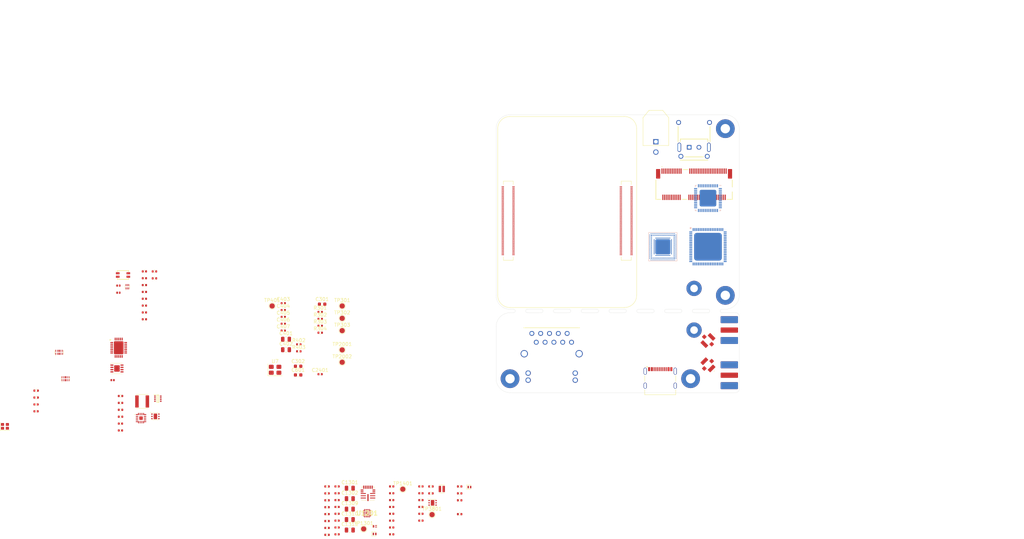
<source format=kicad_pcb>
(kicad_pcb (version 20241229) (generator "pcbnew") (generator_version "9.0")
  (layers (0 "F.Cu" signal) (4 "In1.Cu" power) (6 "In2.Cu" power) (8 "In3.Cu" signal) (10 "In4.Cu" power) (2 "B.Cu" signal) (13 "F.Paste" user) (15 "B.Paste" user) (5 "F.SilkS" user "F.Silkscreen") (7 "B.SilkS" user "B.Silkscreen") (1 "F.Mask" user) (3 "B.Mask" user) (25 "Edge.Cuts" user))
  (net 0 "")
  (net 1 "/Power/Power In/VIN_RAW")
  (net 2 "/PCIe to 1000BASE-T1/1000BASE-T1 Connector/CMC_TRXN")
  (net 4 "/PCIe to 1000BASE-T1/1000BASE-T1 Connector/CONN_TRXN")
  (net 9 "+VIN")
  (net 14 "/Power/3V3 Regulators/VCC")
  (net 15 "/Power/3V3 Regulators/3V3_AON_RAW")
  (net 17 "+3V3")
  (net 21 "/PCIe to 1000BASE-T1/1000BASE-T1 Connector/CONN_TRXP")
  (net 29 "/PCIe to 1000BASE-T1/1000BASE-T1 Connector/CMC_TRXP")
  (net 31 "/CM5IO/CT")
  (net 34 "+3V3_M2")
  (net 36 "/M.2 E-Key/TX_N")
  (net 38 "/M.2 E-Key/USB.DP")
  (net 40 "/M.2 E-Key/CLK_N")
  (net 41 "/M.2 E-Key/USB.DN")
  (net 49 "/CM5/~{PCIE_CLKREQ}")
  (net 58 "GND")
  (net 61 "/M.2 E-Key/~{PCIE_RST}")
  (net 78 "/M.2 E-Key/CLK_P")
  (net 79 "/CM5/~{PCIE_WAKE}")
  (net 86 "/M.2 E-Key/RX_P")
  (net 87 "/M.2 E-Key/RX_N")
  (net 89 "/M.2 E-Key/TX_P")
  (net 90 "/Power/Power In/UVLO")
  (net 91 "/Power/Power In/OVP")
  (net 92 "/Power/Power In/RTN")
  (net 99 "/Power/Power In/ILIM")
  (net 103 "VIN")
  (net 108 "/Power/5V Regulator/ITIMER")
  (net 126 "/Power/5V Regulator/VIN_BIAS")
  (net 133 "/Power/3V3 Regulators/3V3_PG")
  (net 135 "/Power/5V Regulator/LX")
  (net 139 "/Power/5V Regulator/BST")
  (net 148 "/CM5/~{PCIE_RST}")
  (net 149 "+5V")
  (net 156 "/CM5/PCIE_PWR_EN")
  (net 157 "/Power/5V Regulator/VIN_COMP2")
  (net 159 "+3V3_AON")
  (net 171 "/CM5/PWR_BUT")
  (net 172 "/CM5/VBUS_EN")
  (net 175 "/CM5/CLK_P")
  (net 177 "/CM5/ETH_LED3")
  (net 190 "/CM5/RX_N")
  (net 191 "/CM5/USB.DN")
  (net 192 "/CM5/ETH_LED2")
  (net 193 "/CM5/TX_P")
  (net 194 "/CM5/USB.CC2")
  (net 195 "/CM5/TX_N")
  (net 196 "/CM5/USB_OTG_ID")
  (net 197 "/CM5/CLK_N")
  (net 198 "/CM5/USB.DP")
  (net 199 "/CM5/USB.CC1")
  (net 200 "/CM5/~{BOOT}")
  (net 201 "/CM5/RX_P")
  (net 202 "/PCIe Switch/PORT2_STATUS")
  (net 203 "/PCIe Switch/PORT1_STATUS")
  (net 204 "/PCIe Switch/PORT0_STATUS")
  (net 209 "/PCIe Switch/PORT2.CLK_N")
  (net 210 "/PCIe Switch/TEST4")
  (net 211 "/PCIe Switch/P0_TXP")
  (net 212 "Net-(U3001C-VDDCAUX-PadP1)")
  (net 213 "/PCIe Switch/REFCLKO_0_P")
  (net 214 "/PCIe Switch/TEST2")
  (net 215 "/PCIe Switch/P1_TXN")
  (net 216 "Net-(U3001C-VDDR-PadAR19)")
  (net 217 "/PCIe Switch/REFCLK_0_P")
  (net 218 "/PCIe Switch/TEST5")
  (net 219 "/PCIe Switch/TEST1")
  (net 220 "/PCIe Switch/P0_TXN")
  (net 221 "/PCIe Switch/PORT2.RX_N")
  (net 222 "/PCIe Switch/REFCLK_0_N")
  (net 223 "Net-(U3001C-VDDC-PadAN35)")
  (net 224 "/PCIe Switch/REFCLKO_0_N")
  (net 225 "/PCIe Switch/P1_TXP")
  (net 226 "/PCIe Switch/TMS")
  (net 227 "/PCIe Switch/PORT2.RX_P")
  (net 228 "/PCIe Switch/TEST6")
  (net 229 "/PCIe Switch/P2_TXN")
  (net 230 "/PCIe Switch/P2_TXP")
  (net 231 "/PCIe Switch/~{TRST}")
  (net 232 "/PCIe Switch/IREF")
  (net 233 "/PCIe Switch/REXT")
  (net 234 "/PCIe Switch/PORT2.CLK_P")
  (net 235 "/PCIe Switch/TEST3")
  (net 236 "/PCIe Switch/~{PORT2_RST}")
  (net 237 "/Power/5V Regulator/VIN_COMP")
  (net 238 "/Power/5V Regulator/DVDT")
  (net 239 "VBUS")
  (net 240 "/Power/1V1 Regulator/VIN")
  (net 241 "GND1")
  (net 242 "/Power/1V1 Regulator/VOUT")
  (net 243 "/Power/1V1 Regulator/FB")
  (net 244 "/CM5/~{RST}")
  (net 245 "/Power/5V Regulator/5V_EN")
  (net 246 "/PCIe to 1000BASE-T1/INH")
  (net 247 "/Power/1V1 Regulator/SW")
  (net 248 "/Power/5V Regulator/VBUS_PG")
  (net 249 "/CM5/~{LED_PWR_A}")
  (net 250 "/CM5/~{LED_PWR_K}")
  (net 251 "/Power/3V3 Regulators/3V3_M2_MODE")
  (net 252 "/PCIe to 1000BASE-T1/1000BASE-T1 PHY/REG_EN")
  (net 253 "/Power/5V Regulator/VIN_FOSC")
  (net 254 "/Power/5V Regulator/ILIM")
  (net 255 "/Power/5V Regulator/PGTH")
  (net 257 "/CM5/~{LED_ACT}")
  (net 258 "+1V8")
  (net 259 "/CM5/~{LED_PWR}")
  (net 264 "Net-(U8001B-VDDIO)")
  (net 265 "+1V1")
  (net 266 "/M.2 E-Key/RF1_GND")
  (net 267 "/M.2 E-Key/RF1")
  (net 268 "/M.2 E-Key/RF2")
  (net 269 "/M.2 E-Key/RF2_GND")
  (net 353 "/PCIe to 1000BASE-T1/1000BASE-T1 PHY/OSC_IN")
  (net 354 "/PCIe to 1000BASE-T1/1000BASE-T1 PHY/OSC_OUT")
  (net 355 "/PCIe Switch/PORT2.TX_P")
  (net 356 "/PCIe Switch/PORT2.TX_N")
  (net 357 "/PCIe to 1000BASE-T1/PCIe MAC/TXP")
  (net 358 "/PCIe to 1000BASE-T1/PCIe MAC/TXN")
  (net 359 "/PCIe to 1000BASE-T1/1000BASE-T1 Connector/TRXP")
  (net 360 "/PCIe to 1000BASE-T1/1000BASE-T1 Connector/TRXN")
  (net 375 "Net-(J10002-VBUS-PadA4_B9)")
  (net 379 "Net-(J10002-GND-PadA1_B12)")
  (net 387 "/Power/3V3 Regulators/SW")
  (net 388 "/PCIe to 1000BASE-T1/PCIe MAC/RESREF")
  (net 389 "/PCIe to 1000BASE-T1/1000BASE-T1 PHY/MDIO")
  (net 390 "/PCIe to 1000BASE-T1/1000BASE-T1 PHY/~{RST}")
  (net 391 "/PCIe to 1000BASE-T1/PCIe MAC/VAUX_DET")
  (net 392 "/PCIe to 1000BASE-T1/1000BASE-T1 PHY/EXTRES")
  (net 393 "/PCIe to 1000BASE-T1/1000BASE-T1 PHY/~{INT}")
  (net 409 "/Power/Power In/~{FLT}")
  (net 420 "/PCIe to 1000BASE-T1/1000BASE-T1 PHY/RX_CLK")
  (net 421 "/PCIe to 1000BASE-T1/1000BASE-T1 PHY/MDC")
  (net 423 "/PCIe to 1000BASE-T1/1000BASE-T1 PHY/TX_D2")
  (net 426 "/PCIe to 1000BASE-T1/1000BASE-T1 PHY/RX_D2")
  (net 427 "Net-(U5001A-AVDD12)")
  (net 431 "/PCIe to 1000BASE-T1/1000BASE-T1 PHY/TX_CTL")
  (net 432 "/PCIe to 1000BASE-T1/1000BASE-T1 PHY/TX_D0")
  (net 435 "Net-(U5001A-AVDDH_1)")
  (net 436 "/PCIe to 1000BASE-T1/1000BASE-T1 PHY/TX_D3")
  (net 438 "/PCIe to 1000BASE-T1/1000BASE-T1 PHY/RX_D3")
  (net 439 "/PCIe to 1000BASE-T1/1000BASE-T1 PHY/TX_CLK")
  (net 444 "/PCIe to 1000BASE-T1/1000BASE-T1 PHY/RX_D1")
  (net 449 "/PCIe to 1000BASE-T1/1000BASE-T1 PHY/RX_CTL")
  (net 450 "/PCIe to 1000BASE-T1/1000BASE-T1 PHY/CLK125")
  (net 451 "/PCIe to 1000BASE-T1/PCIe MAC/ISET")
  (net 452 "/PCIe to 1000BASE-T1/1000BASE-T1 PHY/TX_D1")
  (net 454 "/PCIe to 1000BASE-T1/1000BASE-T1 PHY/RX_D0")
  (net 459 "Net-(U8001B-VDDA_PVT)")
  (net 466 "/CM5/ETH.TD_D_P")
  (net 467 "/CM5/ETH.TD_C_P")
  (net 468 "/CM5/ETH.TD_D_N")
  (net 469 "/CM5/ETH.TD_B_P")
  (net 470 "/CM5/ETH.TD_A_P")
  (net 471 "/CM5/ETH.TD_B_N")
  (net 472 "/CM5/ETH.TD_A_N")
  (net 473 "/CM5/ETH.TD_C_N")
  (net 474 "SHIELD")
  (footprint "Capacitor_SMD:C_0805_2012Metric" (layer "F.Cu") (at 86.86 170.54)
    (property "Reference" "C1301")
    (property "Value" "22u")
  )
  (footprint "Capacitor_SMD:C_0402_1005Metric" (layer "F.Cu") (at 67.71 123.18)
    (property "Reference" "C406")
    (property "Value" "4u7")
  )
  (footprint "Capacitor_SMD:C_0805_2012Metric" (layer "F.Cu") (at 86.86 182.58)
    (property "Reference" "C1311")
    (property "Value" "22u")
  )
  (footprint "project_footprints:PMEG4002EL-QYL" (layer "F.Cu") (at 94.005 183.705)
    (property "Reference" "D2301" (hide yes))
    (property "Value" "PMEG4002EL-QYL" (hide yes))
  )
  (footprint "TestPoint:TestPoint_Pad_D1.5mm" (layer "F.Cu") (at 84.67 118.06)
    (property "Reference" "TP301")
    (property "Value" "1.5mm")
  )
  (footprint "project_footprints:C_0402" (layer "F.Cu") (at 107.34 171.99)
    (property "Reference" "C3802" (hide yes))
    (property "Value" "4u7" (hide yes))
  )
  (footprint "project_footprints:C_0402" (layer "F.Cu") (at 83.2 177.9)
    (property "Reference" "C1307" (hide yes))
    (property "Value" "1n" (hide yes))
  )
  (footprint "project_footprints:R_0402" (layer "F.Cu") (at 80.31 181.97)
    (property "Reference" "R1307" (hide yes))
    (property "Value" "33k" (hide yes))
  )
  (footprint "project_footprints:R_0402" (layer "F.Cu") (at 80.31 172.02)
    (property "Reference" "R1302" (hide yes))
    (property "Value" "100k" (hide yes))
  )
  (footprint "project_footprints:R_0402" (layer "F.Cu") (at 118.49 170.03)
    (property "Reference" "R201" (hide yes))
    (property "Value" "10k" (hide yes))
  )
  (footprint "TestPoint:TestPoint_Pad_D1.5mm" (layer "F.Cu") (at 64.5 118.06)
    (property "Reference" "TP401")
    (property "Value" "1.5mm")
  )
  (footprint "project_footprints:PESD4USB3BTTSQX" (layer "F.Cu") (at 3.16 131.4)
    (property "Reference" "U2401" (hide yes))
    (property "Value" "PESD4USB3BTTS-QX" (hide yes))
  )
  (footprint "project_footprints:C_0402" (layer "F.Cu") (at -3.48 146.41)
    (property "Reference" "C2935" (hide yes))
    (property "Value" "10p" (hide yes))
  )
  (footprint "TestPoint:TestPoint_Pad_D1.5mm" (layer "F.Cu") (at 90.86 182.26)
    (property "Reference" "TP1301")
    (property "Value" "1.5mm")
  )
  (footprint "MountingHole:MountingHole_2.2mm_M2_Pad" (layer "F.Cu") (at 186 125 90)
    (property "Reference" "H4002" (hide yes))
    (property "Value" "MountingHole_Pad")
  )
  (footprint "TestPoint:TestPoint_Pad_D1.5mm" (layer "F.Cu") (at 102.13 170.81)
    (property "Reference" "TP1401")
    (property "Value" "1.5mm")
  )
  (footprint "project_footprints:SZESD7462N2T5G" (layer "F.Cu") (at 18.565 139.41)
    (property "Reference" "D301" (hide yes))
    (property "Value" "SZESD7241N2T5G" (hide yes))
  )
  (footprint "project_footprints:C_0402" (layer "F.Cu") (at 83.2 181.84)
    (property "Reference" "C1312" (hide yes))
    (property "Value" "2n2" (hide yes))
  )
  (footprint "Capacitor_SMD:C_0805_2012Metric" (layer "F.Cu") (at 68.5 130.65)
    (property "Reference" "C402")
    (property "Value" "10u")
  )
  (footprint "project_footprints:C_0402" (layer "F.Cu") (at 20.82 153.9)
    (property "Reference" "C5002" (hide yes))
    (property "Value" "220n" (hide yes))
  )
  (footprint "Capacitor_SMD:C_0402_1005Metric" (layer "F.Cu") (at 78.32 137.7)
    (property "Reference" "C2401")
    (property "Value" "100n")
  )
  (footprint "project_footprints:PMEG4002EL-QYL" (layer "F.Cu") (at 121.315 170.205)
    (property "Reference" "D202" (hide yes))
    (property "Value" "PMEG4002EL-QYL" (hide yes))
  )
  (footprint "project_footprints:LMQ664x0" (layer "F.Cu") (at 26.745 150.35)
    (property "Reference" "U401" (hide yes))
    (property "Value" "LMQ66430MC3RXBRQ1" (hide yes))
  )
  (footprint "project_footprints:824012823" (layer "F.Cu") (at 22.805 112.515)
    (property "Reference" "D303" (hide yes))
    (property "Value" "824012823" (hide yes))
  )
  (footprint "project_footprints:R_0402" (layer "F.Cu") (at 20.84 147.96)
    (property "Reference" "R5004" (hide yes))
    (property "Value" "10k" (hide yes))
  )
  (footprint "Resistor_SMD:R_0402_1005Metric" (layer "F.Cu") (at 78.34 119.79)
    (property "Reference" "R301")
    (property "Value" "120k")
  )
  (footprint "project_footprints:R_0402" (layer "F.Cu") (at 30.61 108.11)
    (property "Reference" "R318" (hide yes))
    (property "Value" "475R" (hide yes))
  )
  (footprint "project_footprints:R_0402" (layer "F.Cu") (at 118.49 178)
    (property "Reference" "R801" (hide yes))
    (property "Value" "10k" (hide yes))
  )
  (footprint "project_footprints:C_0402" (layer "F.Cu") (at 107.34 179.87)
    (property "Reference" "C3807" (hide yes))
    (property "Value" "4u7" (hide yes))
  )
  (footprint "MountingHole:MountingHole_2.2mm_M2_Pad" (layer "F.Cu") (at 186 113 90)
    (property "Reference" "H4001" (hide yes))
    (property "Value" "MountingHole_Pad")
  )
  (footprint "Resistor_SMD:R_0402_1005Metric" (layer "F.Cu") (at 72.18 131.11)
    (property "Reference" "R403")
    (property "Value" "100k")
  )
  (footprint "project_footprints:R_0402" (layer "F.Cu") (at 80.31 176)
    (property "Reference" "R1304" (hide yes))
    (property "Value" "10k" (hide yes))
  )
  (footprint "Capacitor_SMD:C_0402_1005Metric" (layer "F.Cu") (at 67.71 117.27)
    (property "Reference" "C403")
    (property "Value" "1u")
  )
  (footprint "Capacitor_SMD:C_0805_2012Metric" (layer "F.Cu") (at 86.86 176.56)
    (property "Reference" "C1309")
    (property "Value" "22u")
  )
  (footprint "project_footprints:C_0402" (layer "F.Cu") (at 83.2 170.02)
    (property "Reference" "C1303" (hide yes))
    (property "Value" "2n2" (hide yes))
  )
  (footprint "project_footprints:C_0402" (layer "F.Cu") (at 107.34 177.9)
    (property "Reference" "C3806" (hide yes))
    (property "Value" "4u7" (hide yes))
  )
  (footprint "Resistor_SMD:R_0402_1005Metric" (layer "F.Cu") (at 78.34 121.78)
    (property "Reference" "R302")
    (property "Value" "10k")
  )
  (footprint "project_footprints:C_0402" (layer "F.Cu") (at 98.92 183.81)
    (property "Reference" "C1408" (hide yes))
    (property "Value" "4u7" (hide yes))
  )
  (footprint "project_footprints:TYPE-C-31-M-12" (layer "F.Cu") (at 176.25 141)
    (property "Reference" "J10002" (hide yes))
    (property "Value" "TYPE-C-31-M-12" (hide yes))
  )
  (footprint "project_footprints:R_0402" (layer "F.Cu") (at 20.84 143.98)
    (property "Reference" "R5001" (hide yes))
    (property "Value" "200R" (hide yes))
  )
  (footprint "MountingHole:MountingHole_2.7mm_M2.5_Pad" (layer "F.Cu") (at 195 115 90)
    (property "Reference" "H105" (hide yes))
    (property "Value" "M2.5")
  )
  (footprint "project_footprints:C_0402" (layer "F.Cu") (at 83.2 179.87)
    (property "Reference" "C1308" (hide yes))
    (property "Value" "4p7" (hide yes))
  )
  (footprint "project_footprints:UFLRSMTK895" (layer "F.Cu") (at 190 128 -135)
    (property "Reference" "J401" (hide yes))
    (property "Value" "U.FL-R-SMT-K_895" (hide yes))
  )
  (footprint "project_footprints:SZESD7462N2T5G" (layer "F.Cu") (at 20.235 114.24)
    (property "Reference" "D601" (hide yes))
    (property "Value" "SZESD7241N2T5G" (hide yes))
  )
  (footprint "project_footprints:R_0402" (layer "F.Cu") (at -3.46 142.44)
    (property "Reference" "R8001" (hide yes))
    (property "Value" "12k1" (hide yes))
  )
  (footprint "project_footprints:C_0402" (layer "F.Cu") (at 27.72 110.07)
    (property "Reference" "C3002" (hide yes))
    (property "Value" "220n" (hide yes))
  )
  (footprint "project_footprints:UFLRSMTK895" (layer "F.Cu") (at 190 135 135)
    (property "Reference" "J402" (hide yes))
    (property "Value" "U.FL-R-SMT-K_895" (hide yes))
  )
  (footprint "project_footprints:SZESD7462N2T5G" (layer "F.Cu") (at 20.235 112.19)
    (property "Reference" "D302" (hide yes))
    (property "Value" "SZESD7241N2T5G" (hide yes))
  )
  (footprint "project_footprints:C_0402" (layer "F.Cu") (at 83.2 173.96)
    (property "Reference" "C1305" (hide yes))
    (property "Value" "2u2" (hide yes))
  )
  (footprint "project_footprints:TPS259472ARPWR" (layer "F.Cu") (at 91.835 177.735)
    (property "Reference" "U1201")
    (property "Value" "TPS259472ARPWR" (hide yes))
  )
  (footprint "TestPoint:TestPoint_Pad_D1.5mm" (layer "F.Cu") (at 84.67 134.26)
    (property "Reference" "TP2002")
    (property "Value" "1.5mm")
  )
  (footprint "project_footprints:C_0402" (layer "F.Cu") (at 20.82 151.93)
    (property "Reference" "C5001" (hide yes))
    (property "Value" "220n" (hide yes))
  )
  (footprint "project_footprints:Raspberry-Pi-5-Compute-Module" (layer "F.Cu") (at 132.96 115)
    (property "Reference" "SOM2001" (hide yes))
    (property "Value" "RP-CM5")
  )
  (footprint "project_footprints:R_0402" (layer "F.Cu") (at 118.49 174.01)
    (property "Reference" "R204" (hide yes))
    (property "Value" "1k" (hide yes))
  )
  (footprint "project_footprints:C_0402" (layer "F.Cu") (at 98.92 181.84)
    (property "Reference" "C1407" (hide yes))
    (property "Value" "4u7" (hide yes))
  )
  (footprint "Capacitor_SMD:C_0603_1608Metric" (layer "F.Cu") (at 78.89 117.54)
    (property "Reference" "C301")
    (property "Value" "100n")
  )
  (footprint "project_footprints:L_Wurth_WE-MAIA-1610" (layer "F.Cu") (at 113.36 170.755)
    (property "Reference" "L3801" (hide yes))
    (property "Value" "78438313015" (hide yes))
  )
  (footprint "project_footprints:SON65P200X200X80-7N" (layer "F.Cu") (at 30.89 149.85)
    (property "Reference" "U402" (hide yes))
    (property "Value" "TPS7B8133QDRVRQ1" (hide yes))
  )
  (footprint "TestPoint:TestPoint_Pad_D1.5mm" (layer "F.Cu") (at 84.67 125.16)
    (property "Reference" "TP303")
    (property "Value" "1.5mm")
  )
  (footprint "project_footprints:L_Wurth_WE-PMFI-353220" (layer "F.Cu") (at 27.07 145.555)
    (property "Reference" "L401" (hide yes))
    (property "Value" "74479335329222" (hide yes))
  )
  (footprint "project_footprints:C_0402" (layer "F.Cu") (at 98.92 179.87)
    (property "Reference" "C1406" (hide yes))
    (property "Value" "4u7" (hide yes))
  )
  (footprint "Capacitor_SMD:C_0603_1608Metric" (layer "F.Cu") (at 71.98 137.92)
    (property "Reference" "C601")
    (property "Value" "100n")
  )
  (footprint "project_footprints:R_0402" (layer "F.Cu") (at 20.84 149.95)
    (property "Reference" "R5005" (hide yes))
    (property "Value" "10k" (hide yes))
  )
  (footprint "project_footprints:43045-02YY" (layer "F.Cu") (at 175 70.75 180)
    (property "Reference" "J9001" (hide yes))
    (property "Value" "43045-0201" (hide yes))
  )
  (footprint "project_footprints:R_0402" (layer "F.Cu") (at 20.84 145.97)
    (property "Reference" "R5003" (hide yes))
    (property "Value" "1k5" (hide yes))
  )
  (footprint "project_footprints:R_0402" (layer "F.Cu") (at 110.23 172.02)
    (property "Reference" "R3802" (hide yes))
    (property "Value" "180k" (hide yes))
  )
  (footprint "project_footprints:SON65P300X300X100-9N-D" (layer "F.Cu") (at 19.815 136.06)
    (property "Reference" "U301" (hide yes))
    (property "Value" "TVS3301DRBR" (hide yes))
  )
  (footprint "project_footprints:C_0402" (layer "F.Cu") (at 83.2 175.93)
    (property "Reference" "C1306" (hide yes))
    (property "Value" "100n" (hide yes))
  )
  (footprint "project_footprints:R_0402" (layer "F.Cu") (at 118.49 172.02)
    (property "Reference" "R203" (hide yes))
    (property "Value" "1k" (hide yes))
  )
  (footprint "project_footprints:C_0402" (layer "F.Cu") (at 27.72 119.92)
    (property "Reference" "C3007" (hide yes))
    (property "Value" "220n" (hide yes))
  )
  (footprint "project_footprints:C_0402" (layer "F.Cu") (at 27.72 117.95)
    (property "Reference" "C3006" (hide yes))
    (property "Value" "220n" (hide yes))
  )
  (footprint "Capacitor_SMD:C_0805_2012Metric" (layer "F.Cu") (at 68.5 127.64)
    (property "Reference" "C401")
    (property "Value" "10u")
  )
  (footprint "project_footprints:ACT1210G" (layer "F.Cu") (at 21.56 109.14)
    (property "Reference" "FL301" (hide yes))
    (property "Value" "ACT1210G-800-2P-TL10" (hide yes))
  )
  (footprint "TestPoint:TestPoint_Pad_D1.5mm" (layer "F.Cu") (at 84.67 121.61)
    (property "Reference" "TP302")
    (property "Value" "1.5mm")
  )
  (footprint "MountingHole:MountingHole_2.7mm_M2.5_Pad" (layer "F.Cu") (at 133 139 90)
    (property "Reference" "H103" (hide yes))
    (property "Value" "M2.5")
  )
  (footprint "project_footprints:R_0402" (layer "F.Cu") (at -3.46 144.43)
    (property "Reference" "R8002" (hide yes))
    (property "Value" "10k" (hide yes))
  )
  (footprint "project_footprints:C_0402" (layer "F.Cu") (at -3.48 148.38)
    (property "Reference" "C2936" (hide yes))
    (property "Value" "10p" (hide yes))
  )
  (footprint "MountingHole:MountingHole_2.7mm_M2.5_Pad" (layer "F.Cu") (at 195 67 90)
    (property "Reference" "H101" (hide yes))
    (property "Value" "M2.5")
  )
  (footprint "project_footprints:DMN21D2UFB7B" (layer "F.Cu") (at 94.054 181.504)
    (property "Reference" "Q2602" (hide yes))
    (property "Value" "DMN21D2UFB-7B" (hide yes))
  )
  (footprint "Capacitor_SMD:C_0402_1005Metric" (layer "F.Cu") (at 67.71 125.15)
    (property "Reference" "C407")
    (property "Value" "4u7")
  )
  (footprint "project_footprints:C_0402" (layer "F.Cu") (at 107.34 175.93)
    (property "Reference" "C3805" (hide yes))
    (property "Value" "4u7" (hide yes))
  )
  (footprint "Crystal:Crystal_SMD_3225-4Pin_3.2x2.5mm" (layer "F.Cu") (at 65.35 136.43)
    (property "Reference" "U7")
    (property "Value" "ASEK-32.768KHZ-L-R-T")
  )
  (footprint "project_footprints:R_0402" (layer "F.Cu") (at 80.31 179.98)
    (property "Reference" "R1306" (hide yes))
    (property "Value" "12k1" (hide yes))
  )
  (footprint "project_footprints:R_0402" (layer "F.Cu") (at 80.31 170.03)
    (property "Reference" "R1301" (hide yes))
    (property "Value" "12k1" (hide yes))
  )
  (footprint "project_footprints:R_0402" (layer "F.Cu") (at 30.61 110.1)
    (property "Reference" "R319" (hide yes))
    (property "Value" "1k43" (hide yes))
  )
  (footprint "project_footprints:sma_edge_mount" (layer "F.Cu") (at 198.85 138 -90)
    (property "Reference" "AE402" (hide yes))
    (property "Value" "EMPCB.SMAFSTJ.B.HT")
  )
  (footprint "Capacitor_SMD:C_0402_1005Metric" (layer "F.Cu") (at 67.71 121.21)
    (property "Reference" "C405")
    (property "Value" "1u")
  )
  (footprint "project_footprints:sma_edge_mount" (layer "F.Cu") (at 198.85 125 -90)
    (property "Reference" "AE401" (hide yes))
    (property "Value" "EMPCB.SMAFSTJ.B.HT")
  )
  (footprint "project_footprints:MAX20004AFOC_VY+" (layer "F.Cu") (at 92.096803 172.06)
    (property "Reference" "U1301" (hide yes))
    (property "Value" "MAX20004AFOC/VY+T" (hide yes))
  )
  (footprint "TestPoint:TestPoint_Pad_D1.5mm" (layer "F.Cu") (at 110.55 178.14)
    (property "Reference" "TP3801")
    (property "Value" "1.5mm")
  )
  (footprint "project_footprints:C_0402" (layer "F.Cu") (at 98.92 170.02)
    (property "Reference" "C1401" (hide yes))
    (property "Value" "4u7" (hide yes))
  )
  (footprint "Capacitor_SMD:C_0805_2012Metric" (layer "F.Cu") (at 86.86 173.55)
    (property "Reference" "C1302")
    (property "Value" "4u7")
  )
  (footprint "project_footprints:C_0402" (layer "F.Cu") (at 27.72 108.1)
    (property "Reference" "C3001" (hide yes))
    (property "Value" "220n" (hide yes))
  )
  (footprint "project_footprints:SOTFL50P160X60-8N" (layer "F.Cu") (at 31.595 144.76)
    (property "Reference" "U403" (hide yes))
    (property "Value" "TPS2116DRL" (hide yes))
  )
  (footprint "project_footprints:R_0402" (layer "F.Cu") (at 80.31 174.01)
    (property "Reference" "R1303" (hide yes))
    (property "Value" "22k" (hide yes))
  )
  (footprint "Resistor_SMD:R_0402_1005Metric" (layer "F.Cu") (at 78.34 125.76)
    (property "Reference" "R304")
    (property "Value" "10k")
  )
  (footprint "project_footprints:C_0402" (layer "F.Cu") (at 98.92 177.9)
    (property "Reference" "C1405" (hide yes))
    (property "Value" "4u7" (hide yes))
  )
  (footprint "project_footprints:C_0402" (layer "F.Cu") (at 27.72 114.01)
    (property "Reference" "C3004" (hide yes))
    (property "Value" "100n" (hide yes))
  )
  (footprint "MountingHole:MountingHole_2.7mm_M2.5_Pad" (layer "F.Cu") (at 185 139.000001 90)
    (property "Reference" "H102" (hide yes))
    (property "Value" "M2.5")
  )
  (footprint "project_footprints:C_0402" (layer "F.Cu") (at 27.72 112.04)
    (property "Reference" "C3003" (hide yes))
    (property "Value" "100n" (hide yes))
  )
  (footprint "project_footprints:SON65P200X200X80-7N" (layer "F.Cu") (at 110.7 174.74)
    (property "Reference" "U3801" (hide yes))
    (property "Value" "TPS62290TDRVRQ1" (hide yes))
  )
  (footprint "project_footprints:C_0402" (layer "F.Cu") (at 98.92 175.93)
    (property "Reference" "C1404" (hide yes))
    (property "Value" "4u7" (hide yes))
  )
  (footprint "project_footprints:R_0402" (layer "F.Cu") (at 80.31 183.96)
    (property "Reference" "R1308" (hide yes))
    (property "Value" "100k" (hide yes))
  )
  (footprint "project_footprints:C_0402" (layer "F.Cu") (at 83.2 183.81)
    (property "Reference" "C1313" (hide yes))
    (property "Value" "1u" (hide yes))
  )
  (footprint "Resistor_SMD:R_0402_1005Metric" (layer "F.Cu") (at 78.34 123.77)
    (property "Reference" "R303")
    (property "Value" "4k7")
  )
  (footprint "project_footprints:C_0402" (layer "F.Cu") (at 27.72 115.98)
    (property "Reference" "C3005" (hide yes))
    (property "Value" "220n" (hide yes))
  )
  (footprint "project_footprints:ARJM11D7-502-AB-EW2_ABR" (layer "F.Cu") (at 145 131)
    (property "Reference" "J10001" (hide yes))
    (property "Value" "ARJM11D7-502-AB-EW2")
  )
  (footprint "project_footprints:C_0402" (layer "F.Cu") (at 83.2 171.99)
    (property "Reference" "C1304" (hide yes))
    (property "Value" "100n" (hide yes))
  )
  (footprint "project_footprints:MDT275E01001" (layer "F.Cu") (at 186 83)
    (property "Reference" "J4001" (hide yes))
    (property "Value" "MDT275E01001" (hide yes))
  )
  (footprint "project_footprints:MSPEJ2L0x00" (layer "F.Cu") (at 186 72.3625 180)
    (property "Reference" "J6001" (hide yes))
    (property "Value" "MSPE-J2L0-x00" (hide yes))
  )
  (footprint "project_footprints:QFN50P400X500X100-25N-D" (layer "F.Cu") (at 20.315 130.085)
    (property "Reference" "U302" (hide yes))
    (property "Value" "TPS26600RHFR" (hide yes))
  )
  (footprint "project_footprints:C_0402" (layer "F.Cu") (at 27.72 121.89)
    (property "Reference" "C3008" (hide yes))
    (property "Value" "220n" (hide yes))
  )
  (footprint "Resistor_SMD:R_0402_1005Metric" (layer "F.Cu") (at 72.18 129.12)
    (property "Reference" "R402")
    (property "Value" "10k")
  )
  (footprint "project_footprints:R_0402" (layer "F.Cu") (at 80.31 177.99)
    (property "Reference" "R1305" (hide yes))
    (property "Value" "680R" (hide yes))
  )
  (footprint "project_footprints:C_0402" (layer "F.Cu") (at 98.92 171.99)
    (property "Reference" "C1402" (hide yes))
    (property "Value" "4u7" (hide yes))
  )
  (footprint "project_footprints:C_0402" (layer "F.Cu") (at 98.92 173.96)
    (property "Reference" "C1403" (hide yes))
    (property "Value" "4u7" (hide yes))
  )
  (footprint "project_footprints:C_0402" (layer "F.Cu") (at 107.34 173.96)
    (property "Reference" "C3804" (hide yes))
    (property "Value" "22p" (hide yes))
  )
  (footprint "Capacitor_SMD:C_0402_1005Metric" (layer "F.Cu") (at 67.71 119.24)
    (property "Reference" "C404")
    (property "Value" "1u")
  )
  (footprint "project_footprints:XRCGB25M000F3A16R0" (layer "F.Cu") (at -12.44 152.72)
    (property "Reference" "Y8001" (hide yes))
    (property "Value" "XRCGB25M000F3A16R0" (hide yes))
  )
  (footprint "Capacitor_SMD:C_0603_1608Metric" (layer "F.Cu") (at 71.98 135.41)
    (property "Reference" "C302")
    (property "Value" "100n")
  )
  (footprint "TestPoint:TestPoint_Pad_D1.5mm" (layer "F.Cu") (at 84.67 130.71)
    (property "Reference" "TP2001")
    (property "Value" "1.5mm")
  )
  (footprint "Capacitor_SMD:C_0805_2012Metric" (layer "F.Cu") (at 86.86 179.57)
    (property "Reference" "C1310")
    (property "Value" "22u")
  )
  (footprint "project_footprints:R_0402" (layer "F.Cu") (at 110.23 170.03)
    (property "Reference" "R3801" (hide yes))
    (property "Value" "150k" (hide yes))
  )
  (footprint "project_footprints:PESD4USB3BTTSQX" (layer "F.Cu") (at 5 139)
    (property "Reference" "U2402" (hide yes))
    (property "Value" "PESD4USB3BTTS-QX" (hide yes))
  )
  (footprint "project_footprints:C_0402" (layer "F.Cu") (at 107.34 170.02)
    (property "Reference" "C3801" (hide yes))
    (property "Value" "4u7" (hide yes))
  )
  (footprint "project_footprints:QFN50P1000X1000X100-73N-D" (layer "B.Cu") (at 190 101 -90)
    (property "Reference" "U5001" (hide yes))
    (property "Value" "LAN7431_YXX" (hide yes))
  )
  (footprint "project_footprints:lan8870" (layer "B.Cu") (at 190 87 180)
    (property "Reference" "U8001" (hide yes))
    (property "Value" "LAN8870")
  )
  (footprint "project_footprints:PI7C9X2G303EL" (layer "B.Cu") (at 177 101)
    (property "Reference" "U3001" (hide yes))
    (property "Value" "PI7C9X2G303EL")
  )
  (gr_arc (start 190 119) (mid 190.5 119.5) (end 190 120) (stroke (width 0.05)) (layer "Edge.Cuts"))
  (gr_arc (start 166 119) (mid 166.5 119.5) (end 166 120) (stroke (width 0.05)) (layer "Edge.Cuts"))
  (gr_line (start 174 120) (end 170 120) (stroke (width 0.05)) (layer "Edge.Cuts"))
  (gr_line (start 182 119) (end 178 119) (stroke (width 0.05)) (layer "Edge.Cuts"))
  (gr_line (start 129 139) (end 129 124) (stroke (width 0.05)) (layer "Edge.Cuts"))
  (gr_arc (start 129 66.999999) (mid 130.171573 64.171573) (end 132.999999 63) (stroke (width 0.05)) (layer "Edge.Cuts"))
  (gr_arc (start 146 120) (mid 145.5 119.5) (end 146 119) (stroke (width 0.05)) (layer "Edge.Cuts"))
  (gr_line (start 199 142) (end 199 121) (stroke (width 0.05)) (layer "Edge.Cuts"))
  (gr_line (start 150 119) (end 146 119) (stroke (width 0.05)) (layer "Edge.Cuts"))
  (gr_line (start 174 119) (end 170 119) (stroke (width 0.05)) (layer "Edge.Cuts"))
  (gr_line (start 134 120) (end 133 120) (stroke (width 0.05)) (layer "Edge.Cuts"))
  (gr_arc (start 182 119) (mid 182.5 119.5) (end 182 120) (stroke (width 0.05)) (layer "Edge.Cuts"))
  (gr_line (start 190 120) (end 186 120) (stroke (width 0.05)) (layer "Edge.Cuts"))
  (gr_line (start 166 119) (end 162 119) (stroke (width 0.05)) (layer "Edge.Cuts"))
  (gr_arc (start 158 119) (mid 158.5 119.5) (end 158 120) (stroke (width 0.05)) (layer "Edge.Cuts"))
  (gr_line (start 194 120) (end 198 120) (stroke (width 0.05)) (layer "Edge.Cuts"))
  (gr_line (start 142 120) (end 138 120) (stroke (width 0.05)) (layer "Edge.Cuts"))
  (gr_line (start 133 143) (end 198 143) (stroke (width 0.05)) (layer "Edge.Cuts"))
  (gr_line (start 194 119) (end 195 119) (stroke (width 0.05)) (layer "Edge.Cuts"))
  (gr_arc (start 186 120) (mid 185.5 119.5) (end 186 119) (stroke (width 0.05)) (layer "Edge.Cuts"))
  (gr_arc (start 150 119) (mid 150.5 119.5) (end 150 120) (stroke (width 0.05)) (layer "Edge.Cuts"))
  (gr_arc (start 194 120) (mid 193.5 119.5) (end 194 119) (stroke (width 0.05)) (layer "Edge.Cuts"))
  (gr_line (start 134 119) (end 133 119) (stroke (width 0.05)) (layer "Edge.Cuts"))
  (gr_line (start 182 120) (end 178 120) (stroke (width 0.05)) (layer "Edge.Cuts"))
  (gr_arc (start 134 119) (mid 134.5 119.5) (end 134 120) (stroke (width 0.05)) (layer "Edge.Cuts"))
  (gr_arc (start 195.000001 63) (mid 197.828427 64.171573) (end 199 66.999999) (stroke (width 0.05)) (layer "Edge.Cuts"))
  (gr_arc (start 199 142) (mid 198.707107 142.707107) (end 198 143) (stroke (width 0.05)) (layer "Edge.Cuts"))
  (gr_arc (start 170 120) (mid 169.5 119.5) (end 170 119) (stroke (width 0.05)) (layer "Edge.Cuts"))
  (gr_line (start 199 115) (end 199 67) (stroke (width 0.05)) (layer "Edge.Cuts"))
  (gr_line (start 195 63) (end 133 63) (stroke (width 0.05)) (layer "Edge.Cuts"))
  (gr_arc (start 198 120) (mid 198.707107 120.292893) (end 199 121) (stroke (width 0.05)) (layer "Edge.Cuts"))
  (gr_arc (start 129 123.999999) (mid 130.171573 121.171573) (end 132.999999 120) (stroke (width 0.05)) (layer "Edge.Cuts"))
  (gr_arc (start 138 120) (mid 137.5 119.5) (end 138 119) (stroke (width 0.05)) (layer "Edge.Cuts"))
  (gr_arc (start 174 119) (mid 174.5 119.5) (end 174 120) (stroke (width 0.05)) (layer "Edge.Cuts"))
  (gr_line (start 158 119) (end 154 119) (stroke (width 0.05)) (layer "Edge.Cuts"))
  (gr_arc (start 132.999999 119) (mid 130.171573 117.828427) (end 129 115.000001) (stroke (width 0.05)) (layer "Edge.Cuts"))
  (gr_line (start 190 119) (end 186 119) (stroke (width 0.05)) (layer "Edge.Cuts"))
  (gr_arc (start 132.999999 143) (mid 130.171573 141.828427) (end 129 139.000001) (stroke (width 0.05)) (layer "Edge.Cuts"))
  (gr_line (start 142 119) (end 138 119) (stroke (width 0.05)) (layer "Edge.Cuts"))
  (gr_arc (start 162 120) (mid 161.5 119.5) (end 162 119) (stroke (width 0.05)) (layer "Edge.Cuts"))
  (gr_line (start 166 120) (end 162 120) (stroke (width 0.05)) (layer "Edge.Cuts"))
  (gr_arc (start 178 120) (mid 177.5 119.5) (end 178 119) (stroke (width 0.05)) (layer "Edge.Cuts"))
  (gr_line (start 150 120) (end 146 120) (stroke (width 0.05)) (layer "Edge.Cuts"))
  (gr_arc (start 154 120) (mid 153.5 119.5) (end 154 119) (stroke (width 0.05)) (layer "Edge.Cuts"))
  (gr_line (start 158 120) (end 154 120) (stroke (width 0.05)) (layer "Edge.Cuts"))
  (gr_arc (start 142 119) (mid 142.5 119.5) (end 142 120) (stroke (width 0.05)) (layer "Edge.Cuts"))
  (gr_line (start 129 67) (end 129 115) (stroke (width 0.05)) (layer "Edge.Cuts"))
  (gr_arc (start 199 115.000001) (mid 197.828427 117.828427) (end 195.000001 119) (stroke (width 0.05)) (layer "Edge.Cuts"))
)
</source>
